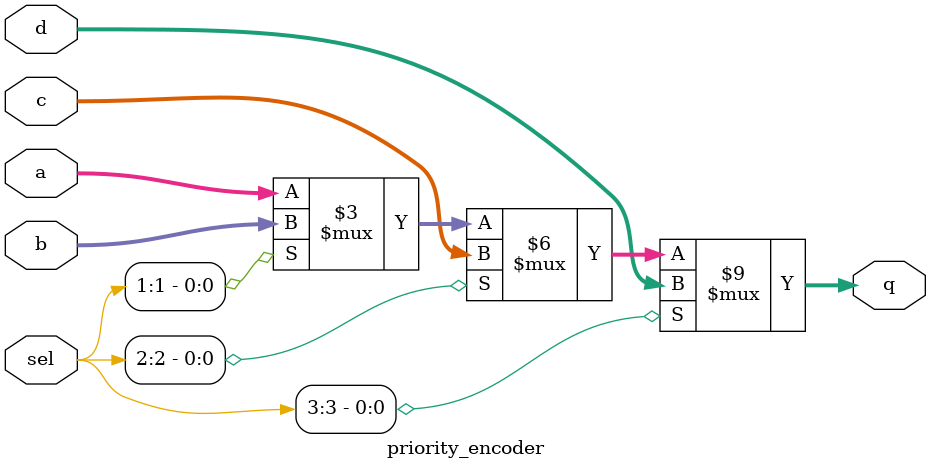
<source format=v>
module priority_encoder (
  input [3:0] sel,
  input [7:0] a, b, c, d,
  output reg [7:0] q
);

  always @* begin
    if (sel[3]) q <= d;
    else if (sel[2]) q <= c;
    else if (sel[1]) q <= b;
    else q <= a;
  end

endmodule



</source>
